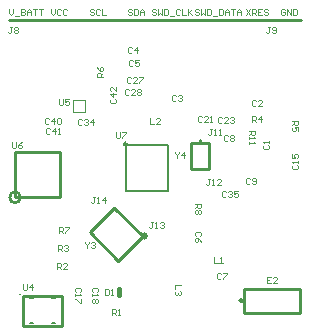
<source format=gto>
G04 Layer_Color=65535*
%FSLAX24Y24*%
%MOIN*%
G70*
G01*
G75*
%ADD12C,0.0100*%
%ADD42C,0.0039*%
%ADD43C,0.0020*%
%ADD44C,0.0079*%
%ADD45C,0.0157*%
%ADD46C,0.0008*%
%ADD47C,0.0030*%
D12*
X4089Y6463D02*
G03*
X4089Y6463I-50J0D01*
G01*
X530Y4690D02*
G03*
X530Y4690I-180J0D01*
G01*
X4730Y3406D02*
G03*
X4730Y3406I-71J0D01*
G01*
X7940Y1250D02*
G03*
X7940Y1250I-50J0D01*
G01*
X150Y10600D02*
X9870D01*
X1910Y420D02*
Y1420D01*
X610Y420D02*
X1910D01*
X610D02*
Y1420D01*
X1910D01*
X1850Y4690D02*
Y6190D01*
X350Y4690D02*
X1850D01*
X350D02*
Y6190D01*
X1850D01*
X2835Y3533D02*
X3790Y2578D01*
X2835Y3533D02*
X3648Y4346D01*
X4603Y3391D01*
X3790Y2578D02*
X4603Y3391D01*
X6199Y6493D02*
X6799D01*
X6199Y5643D02*
Y6493D01*
Y5643D02*
X6799D01*
Y6493D01*
X6499D02*
Y6593D01*
X7990Y850D02*
Y1650D01*
Y850D02*
X9840D01*
Y1650D01*
X7990D02*
X9840D01*
D42*
X530Y1470D02*
G03*
X530Y1470I-20J0D01*
G01*
D43*
X2716Y7937D02*
G03*
X2716Y7937I-20J0D01*
G01*
D44*
X4041Y4888D02*
Y6415D01*
Y4888D02*
X5437D01*
Y6437D01*
X4041D02*
X5437D01*
X4041Y6415D02*
X4089Y6463D01*
X847Y1333D02*
X945D01*
X1575D02*
X1673D01*
X847Y507D02*
X945D01*
X1575D02*
X1673D01*
D45*
X3809Y1442D02*
Y1638D01*
D46*
X2697Y7543D02*
X2697Y7937D01*
X2283Y7543D02*
X2697D01*
X2283D02*
Y7937D01*
X2697D01*
D47*
X3580Y770D02*
Y970D01*
X3680D01*
X3713Y937D01*
Y870D01*
X3680Y837D01*
X3580D01*
X3647D02*
X3713Y770D01*
X3780D02*
X3847D01*
X3813D01*
Y970D01*
X3780Y937D01*
X8660Y6423D02*
X8627Y6390D01*
Y6323D01*
X8660Y6290D01*
X8793D01*
X8826Y6323D01*
Y6390D01*
X8793Y6423D01*
X8826Y6490D02*
Y6557D01*
Y6523D01*
X8627D01*
X8660Y6490D01*
X8260Y7200D02*
Y7400D01*
X8360D01*
X8393Y7367D01*
Y7300D01*
X8360Y7267D01*
X8260D01*
X8327D02*
X8393Y7200D01*
X8560D02*
Y7400D01*
X8460Y7300D01*
X8593D01*
X9590Y7240D02*
X9790D01*
Y7140D01*
X9757Y7107D01*
X9690D01*
X9657Y7140D01*
Y7240D01*
Y7173D02*
X9590Y7107D01*
X9790Y6907D02*
Y7040D01*
X9690D01*
X9723Y6973D01*
Y6940D01*
X9690Y6907D01*
X9623D01*
X9590Y6940D01*
Y7007D01*
X9623Y7040D01*
X2517Y1547D02*
X2550Y1580D01*
Y1647D01*
X2517Y1680D01*
X2383D01*
X2350Y1647D01*
Y1580D01*
X2383Y1547D01*
X2350Y1480D02*
Y1413D01*
Y1447D01*
X2550D01*
X2517Y1480D01*
X2550Y1313D02*
Y1180D01*
X2517D01*
X2383Y1313D01*
X2350D01*
X3097Y1537D02*
X3130Y1570D01*
Y1637D01*
X3097Y1670D01*
X2963D01*
X2930Y1637D01*
Y1570D01*
X2963Y1537D01*
X2930Y1470D02*
Y1403D01*
Y1437D01*
X3130D01*
X3097Y1470D01*
Y1303D02*
X3130Y1270D01*
Y1203D01*
X3097Y1170D01*
X3063D01*
X3030Y1203D01*
X2997Y1170D01*
X2963D01*
X2930Y1203D01*
Y1270D01*
X2963Y1303D01*
X2997D01*
X3030Y1270D01*
X3063Y1303D01*
X3097D01*
X3030Y1270D02*
Y1203D01*
X9613Y5763D02*
X9580Y5730D01*
Y5663D01*
X9613Y5630D01*
X9747D01*
X9780Y5663D01*
Y5730D01*
X9747Y5763D01*
X9780Y5830D02*
Y5897D01*
Y5863D01*
X9580D01*
X9613Y5830D01*
X9580Y6130D02*
Y5997D01*
X9680D01*
X9647Y6063D01*
Y6097D01*
X9680Y6130D01*
X9747D01*
X9780Y6097D01*
Y6030D01*
X9747Y5997D01*
X6583Y7357D02*
X6550Y7390D01*
X6483D01*
X6450Y7357D01*
Y7223D01*
X6483Y7190D01*
X6550D01*
X6583Y7223D01*
X6783Y7190D02*
X6650D01*
X6783Y7323D01*
Y7357D01*
X6750Y7390D01*
X6683D01*
X6650Y7357D01*
X6850Y7190D02*
X6917D01*
X6883D01*
Y7390D01*
X6850Y7357D01*
X7263Y7337D02*
X7230Y7370D01*
X7163D01*
X7130Y7337D01*
Y7203D01*
X7163Y7170D01*
X7230D01*
X7263Y7203D01*
X7463Y7170D02*
X7330D01*
X7463Y7303D01*
Y7337D01*
X7430Y7370D01*
X7363D01*
X7330Y7337D01*
X7530D02*
X7563Y7370D01*
X7630D01*
X7663Y7337D01*
Y7303D01*
X7630Y7270D01*
X7597D01*
X7630D01*
X7663Y7237D01*
Y7203D01*
X7630Y7170D01*
X7563D01*
X7530Y7203D01*
X4203Y8677D02*
X4170Y8710D01*
X4103D01*
X4070Y8677D01*
Y8543D01*
X4103Y8510D01*
X4170D01*
X4203Y8543D01*
X4403Y8510D02*
X4270D01*
X4403Y8643D01*
Y8677D01*
X4370Y8710D01*
X4303D01*
X4270Y8677D01*
X4469Y8710D02*
X4603D01*
Y8677D01*
X4469Y8543D01*
Y8510D01*
X4143Y8267D02*
X4110Y8300D01*
X4043D01*
X4010Y8267D01*
Y8133D01*
X4043Y8100D01*
X4110D01*
X4143Y8133D01*
X4343Y8100D02*
X4210D01*
X4343Y8233D01*
Y8267D01*
X4310Y8300D01*
X4243D01*
X4210Y8267D01*
X4409D02*
X4443Y8300D01*
X4509D01*
X4543Y8267D01*
Y8233D01*
X4509Y8200D01*
X4543Y8167D01*
Y8133D01*
X4509Y8100D01*
X4443D01*
X4409Y8133D01*
Y8167D01*
X4443Y8200D01*
X4409Y8233D01*
Y8267D01*
X4443Y8200D02*
X4509D01*
X2573Y7267D02*
X2540Y7300D01*
X2473D01*
X2440Y7267D01*
Y7133D01*
X2473Y7100D01*
X2540D01*
X2573Y7133D01*
X2640Y7267D02*
X2673Y7300D01*
X2740D01*
X2773Y7267D01*
Y7233D01*
X2740Y7200D01*
X2707D01*
X2740D01*
X2773Y7167D01*
Y7133D01*
X2740Y7100D01*
X2673D01*
X2640Y7133D01*
X2940Y7100D02*
Y7300D01*
X2840Y7200D01*
X2973D01*
X7383Y4867D02*
X7350Y4900D01*
X7283D01*
X7250Y4867D01*
Y4733D01*
X7283Y4700D01*
X7350D01*
X7383Y4733D01*
X7450Y4867D02*
X7483Y4900D01*
X7550D01*
X7583Y4867D01*
Y4833D01*
X7550Y4800D01*
X7517D01*
X7550D01*
X7583Y4767D01*
Y4733D01*
X7550Y4700D01*
X7483D01*
X7450Y4733D01*
X7783Y4900D02*
X7650D01*
Y4800D01*
X7717Y4833D01*
X7750D01*
X7783Y4800D01*
Y4733D01*
X7750Y4700D01*
X7683D01*
X7650Y4733D01*
X1483Y7307D02*
X1450Y7340D01*
X1383D01*
X1350Y7307D01*
Y7173D01*
X1383Y7140D01*
X1450D01*
X1483Y7173D01*
X1650Y7140D02*
Y7340D01*
X1550Y7240D01*
X1683D01*
X1750Y7307D02*
X1783Y7340D01*
X1850D01*
X1883Y7307D01*
Y7173D01*
X1850Y7140D01*
X1783D01*
X1750Y7173D01*
Y7307D01*
X1523Y6957D02*
X1490Y6990D01*
X1423D01*
X1390Y6957D01*
Y6823D01*
X1423Y6790D01*
X1490D01*
X1523Y6823D01*
X1690Y6790D02*
Y6990D01*
X1590Y6890D01*
X1723D01*
X1790Y6790D02*
X1857D01*
X1823D01*
Y6990D01*
X1790Y6957D01*
X3553Y7973D02*
X3520Y7940D01*
Y7873D01*
X3553Y7840D01*
X3687D01*
X3720Y7873D01*
Y7940D01*
X3687Y7973D01*
X3720Y8140D02*
X3520D01*
X3620Y8040D01*
Y8173D01*
X3720Y8373D02*
Y8240D01*
X3587Y8373D01*
X3553D01*
X3520Y8340D01*
Y8273D01*
X3553Y8240D01*
X8873Y2030D02*
X8740D01*
Y1830D01*
X8873D01*
X8740Y1930D02*
X8807D01*
X9073Y1830D02*
X8940D01*
X9073Y1963D01*
Y1997D01*
X9040Y2030D01*
X8973D01*
X8940Y1997D01*
X4850Y7350D02*
Y7150D01*
X4983D01*
X5183D02*
X5050D01*
X5183Y7283D01*
Y7317D01*
X5150Y7350D01*
X5083D01*
X5050Y7317D01*
X1757Y2310D02*
Y2510D01*
X1857D01*
X1891Y2477D01*
Y2410D01*
X1857Y2377D01*
X1757D01*
X1824D02*
X1891Y2310D01*
X2091D02*
X1957D01*
X2091Y2443D01*
Y2477D01*
X2057Y2510D01*
X1991D01*
X1957Y2477D01*
X1767Y2910D02*
Y3110D01*
X1867D01*
X1901Y3077D01*
Y3010D01*
X1867Y2977D01*
X1767D01*
X1834D02*
X1901Y2910D01*
X1967Y3077D02*
X2001Y3110D01*
X2067D01*
X2101Y3077D01*
Y3043D01*
X2067Y3010D01*
X2034D01*
X2067D01*
X2101Y2977D01*
Y2943D01*
X2067Y2910D01*
X2001D01*
X1967Y2943D01*
X1800Y3490D02*
Y3690D01*
X1900D01*
X1933Y3657D01*
Y3590D01*
X1900Y3557D01*
X1800D01*
X1867D02*
X1933Y3490D01*
X2000Y3690D02*
X2133D01*
Y3657D01*
X2000Y3523D01*
Y3490D01*
X8160Y6910D02*
X8360D01*
Y6810D01*
X8327Y6777D01*
X8260D01*
X8227Y6810D01*
Y6910D01*
Y6843D02*
X8160Y6777D01*
Y6710D02*
Y6643D01*
Y6677D01*
X8360D01*
X8327Y6710D01*
X8160Y6543D02*
Y6477D01*
Y6510D01*
X8360D01*
X8327Y6543D01*
X610Y1810D02*
Y1643D01*
X643Y1610D01*
X710D01*
X743Y1643D01*
Y1810D01*
X910Y1610D02*
Y1810D01*
X810Y1710D01*
X943D01*
X250Y6530D02*
Y6363D01*
X283Y6330D01*
X350D01*
X383Y6363D01*
Y6530D01*
X583D02*
X517Y6497D01*
X450Y6430D01*
Y6363D01*
X483Y6330D01*
X550D01*
X583Y6363D01*
Y6397D01*
X550Y6430D01*
X450D01*
X2680Y3210D02*
Y3177D01*
X2747Y3110D01*
X2813Y3177D01*
Y3210D01*
X2747Y3110D02*
Y3010D01*
X2880Y3177D02*
X2913Y3210D01*
X2980D01*
X3013Y3177D01*
Y3143D01*
X2980Y3110D01*
X2947D01*
X2980D01*
X3013Y3077D01*
Y3043D01*
X2980Y3010D01*
X2913D01*
X2880Y3043D01*
X5690Y6212D02*
Y6179D01*
X5757Y6112D01*
X5823Y6179D01*
Y6212D01*
X5757Y6112D02*
Y6013D01*
X5990D02*
Y6212D01*
X5890Y6112D01*
X6023D01*
X8365Y7909D02*
X8332Y7942D01*
X8265D01*
X8232Y7909D01*
Y7775D01*
X8265Y7742D01*
X8332D01*
X8365Y7775D01*
X8565Y7742D02*
X8432D01*
X8565Y7875D01*
Y7909D01*
X8532Y7942D01*
X8465D01*
X8432Y7909D01*
X5703Y8077D02*
X5670Y8110D01*
X5603D01*
X5570Y8077D01*
Y7943D01*
X5603Y7910D01*
X5670D01*
X5703Y7943D01*
X5770Y8077D02*
X5803Y8110D01*
X5870D01*
X5903Y8077D01*
Y8043D01*
X5870Y8010D01*
X5837D01*
X5870D01*
X5903Y7977D01*
Y7943D01*
X5870Y7910D01*
X5803D01*
X5770Y7943D01*
X4263Y9687D02*
X4230Y9720D01*
X4163D01*
X4130Y9687D01*
Y9553D01*
X4163Y9520D01*
X4230D01*
X4263Y9553D01*
X4430Y9520D02*
Y9720D01*
X4330Y9620D01*
X4463D01*
X4293Y9237D02*
X4260Y9270D01*
X4193D01*
X4160Y9237D01*
Y9103D01*
X4193Y9070D01*
X4260D01*
X4293Y9103D01*
X4493Y9270D02*
X4360D01*
Y9170D01*
X4427Y9203D01*
X4460D01*
X4493Y9170D01*
Y9103D01*
X4460Y9070D01*
X4393D01*
X4360Y9103D01*
X3360Y1650D02*
Y1450D01*
X3460D01*
X3493Y1483D01*
Y1617D01*
X3460Y1650D01*
X3360D01*
X3560Y1450D02*
X3627D01*
X3593D01*
Y1650D01*
X3560Y1617D01*
X6997Y2710D02*
Y2510D01*
X7131D01*
X7197D02*
X7264D01*
X7230D01*
Y2710D01*
X7197Y2677D01*
X5870Y1780D02*
X5670D01*
Y1647D01*
X5837Y1580D02*
X5870Y1547D01*
Y1480D01*
X5837Y1447D01*
X5803D01*
X5770Y1480D01*
Y1513D01*
Y1480D01*
X5737Y1447D01*
X5703D01*
X5670Y1480D01*
Y1547D01*
X5703Y1580D01*
X2993Y10947D02*
X2960Y10980D01*
X2893D01*
X2860Y10947D01*
Y10913D01*
X2893Y10880D01*
X2960D01*
X2993Y10847D01*
Y10813D01*
X2960Y10780D01*
X2893D01*
X2860Y10813D01*
X3193Y10947D02*
X3160Y10980D01*
X3093D01*
X3060Y10947D01*
Y10813D01*
X3093Y10780D01*
X3160D01*
X3193Y10813D01*
X3260Y10980D02*
Y10780D01*
X3393D01*
X9363Y10947D02*
X9330Y10980D01*
X9263D01*
X9230Y10947D01*
Y10813D01*
X9263Y10780D01*
X9330D01*
X9363Y10813D01*
Y10880D01*
X9297D01*
X9430Y10780D02*
Y10980D01*
X9563Y10780D01*
Y10980D01*
X9630D02*
Y10780D01*
X9730D01*
X9763Y10813D01*
Y10947D01*
X9730Y10980D01*
X9630D01*
X140D02*
Y10847D01*
X207Y10780D01*
X273Y10847D01*
Y10980D01*
X340Y10747D02*
X473D01*
X540Y10980D02*
Y10780D01*
X640D01*
X673Y10813D01*
Y10847D01*
X640Y10880D01*
X540D01*
X640D01*
X673Y10913D01*
Y10947D01*
X640Y10980D01*
X540D01*
X740Y10780D02*
Y10913D01*
X806Y10980D01*
X873Y10913D01*
Y10780D01*
Y10880D01*
X740D01*
X940Y10980D02*
X1073D01*
X1006D01*
Y10780D01*
X1140Y10980D02*
X1273D01*
X1206D01*
Y10780D01*
X1550Y10980D02*
Y10847D01*
X1617Y10780D01*
X1683Y10847D01*
Y10980D01*
X1883Y10947D02*
X1850Y10980D01*
X1783D01*
X1750Y10947D01*
Y10813D01*
X1783Y10780D01*
X1850D01*
X1883Y10813D01*
X2083Y10947D02*
X2050Y10980D01*
X1983D01*
X1950Y10947D01*
Y10813D01*
X1983Y10780D01*
X2050D01*
X2083Y10813D01*
X5033Y10947D02*
X5000Y10980D01*
X4933D01*
X4900Y10947D01*
Y10913D01*
X4933Y10880D01*
X5000D01*
X5033Y10847D01*
Y10813D01*
X5000Y10780D01*
X4933D01*
X4900Y10813D01*
X5100Y10980D02*
Y10780D01*
X5167Y10847D01*
X5233Y10780D01*
Y10980D01*
X5300D02*
Y10780D01*
X5400D01*
X5433Y10813D01*
Y10947D01*
X5400Y10980D01*
X5300D01*
X5500Y10747D02*
X5633D01*
X5833Y10947D02*
X5800Y10980D01*
X5733D01*
X5700Y10947D01*
Y10813D01*
X5733Y10780D01*
X5800D01*
X5833Y10813D01*
X5900Y10980D02*
Y10780D01*
X6033D01*
X6100Y10980D02*
Y10780D01*
Y10847D01*
X6233Y10980D01*
X6133Y10880D01*
X6233Y10780D01*
X6473Y10947D02*
X6440Y10980D01*
X6373D01*
X6340Y10947D01*
Y10913D01*
X6373Y10880D01*
X6440D01*
X6473Y10847D01*
Y10813D01*
X6440Y10780D01*
X6373D01*
X6340Y10813D01*
X6540Y10980D02*
Y10780D01*
X6607Y10847D01*
X6673Y10780D01*
Y10980D01*
X6740D02*
Y10780D01*
X6840D01*
X6873Y10813D01*
Y10947D01*
X6840Y10980D01*
X6740D01*
X6940Y10747D02*
X7073D01*
X7140Y10980D02*
Y10780D01*
X7240D01*
X7273Y10813D01*
Y10947D01*
X7240Y10980D01*
X7140D01*
X7340Y10780D02*
Y10913D01*
X7406Y10980D01*
X7473Y10913D01*
Y10780D01*
Y10880D01*
X7340D01*
X7540Y10980D02*
X7673D01*
X7606D01*
Y10780D01*
X7740D02*
Y10913D01*
X7806Y10980D01*
X7873Y10913D01*
Y10780D01*
Y10880D01*
X7740D01*
X4233Y10947D02*
X4200Y10980D01*
X4133D01*
X4100Y10947D01*
Y10913D01*
X4133Y10880D01*
X4200D01*
X4233Y10847D01*
Y10813D01*
X4200Y10780D01*
X4133D01*
X4100Y10813D01*
X4300Y10980D02*
Y10780D01*
X4400D01*
X4433Y10813D01*
Y10947D01*
X4400Y10980D01*
X4300D01*
X4500Y10780D02*
Y10913D01*
X4567Y10980D01*
X4633Y10913D01*
Y10780D01*
Y10880D01*
X4500D01*
X8050Y10980D02*
X8183Y10780D01*
Y10980D02*
X8050Y10780D01*
X8250D02*
Y10980D01*
X8350D01*
X8383Y10947D01*
Y10880D01*
X8350Y10847D01*
X8250D01*
X8317D02*
X8383Y10780D01*
X8583Y10980D02*
X8450D01*
Y10780D01*
X8583D01*
X8450Y10880D02*
X8517D01*
X8783Y10947D02*
X8750Y10980D01*
X8683D01*
X8650Y10947D01*
Y10913D01*
X8683Y10880D01*
X8750D01*
X8783Y10847D01*
Y10813D01*
X8750Y10780D01*
X8683D01*
X8650Y10813D01*
X1830Y7980D02*
Y7813D01*
X1863Y7780D01*
X1930D01*
X1963Y7813D01*
Y7980D01*
X2163D02*
X2030D01*
Y7880D01*
X2097Y7913D01*
X2130D01*
X2163Y7880D01*
Y7813D01*
X2130Y7780D01*
X2063D01*
X2030Y7813D01*
X8842Y10368D02*
X8775D01*
X8808D01*
Y10202D01*
X8775Y10169D01*
X8742D01*
X8708Y10202D01*
X8908D02*
X8942Y10169D01*
X9008D01*
X9042Y10202D01*
Y10335D01*
X9008Y10368D01*
X8942D01*
X8908Y10335D01*
Y10302D01*
X8942Y10268D01*
X9042D01*
X242Y10358D02*
X175D01*
X208D01*
Y10192D01*
X175Y10159D01*
X142D01*
X108Y10192D01*
X308Y10325D02*
X342Y10358D01*
X408D01*
X442Y10325D01*
Y10292D01*
X408Y10258D01*
X442Y10225D01*
Y10192D01*
X408Y10159D01*
X342D01*
X308Y10192D01*
Y10225D01*
X342Y10258D01*
X308Y10292D01*
Y10325D01*
X342Y10258D02*
X408D01*
X6913Y6980D02*
X6847D01*
X6880D01*
Y6813D01*
X6847Y6780D01*
X6813D01*
X6780Y6813D01*
X6980Y6780D02*
X7047D01*
X7013D01*
Y6980D01*
X6980Y6947D01*
X7147Y6780D02*
X7213D01*
X7180D01*
Y6980D01*
X7147Y6947D01*
X6843Y5320D02*
X6777D01*
X6810D01*
Y5153D01*
X6777Y5120D01*
X6743D01*
X6710Y5153D01*
X6910Y5120D02*
X6977D01*
X6943D01*
Y5320D01*
X6910Y5287D01*
X7210Y5120D02*
X7077D01*
X7210Y5253D01*
Y5287D01*
X7177Y5320D01*
X7110D01*
X7077Y5287D01*
X4943Y3860D02*
X4877D01*
X4910D01*
Y3693D01*
X4877Y3660D01*
X4843D01*
X4810Y3693D01*
X5010Y3660D02*
X5077D01*
X5043D01*
Y3860D01*
X5010Y3827D01*
X5177D02*
X5210Y3860D01*
X5277D01*
X5310Y3827D01*
Y3793D01*
X5277Y3760D01*
X5243D01*
X5277D01*
X5310Y3727D01*
Y3693D01*
X5277Y3660D01*
X5210D01*
X5177Y3693D01*
X3023Y4690D02*
X2957D01*
X2990D01*
Y4523D01*
X2957Y4490D01*
X2923D01*
X2890Y4523D01*
X3090Y4490D02*
X3157D01*
X3123D01*
Y4690D01*
X3090Y4657D01*
X3357Y4490D02*
Y4690D01*
X3257Y4590D01*
X3390D01*
X3710Y6860D02*
Y6693D01*
X3743Y6660D01*
X3810D01*
X3843Y6693D01*
Y6860D01*
X3910D02*
X4043D01*
Y6827D01*
X3910Y6693D01*
Y6660D01*
X6513Y3398D02*
X6546Y3431D01*
Y3498D01*
X6513Y3531D01*
X6380D01*
X6347Y3498D01*
Y3431D01*
X6380Y3398D01*
X6546Y3198D02*
X6513Y3264D01*
X6446Y3331D01*
X6380D01*
X6347Y3298D01*
Y3231D01*
X6380Y3198D01*
X6413D01*
X6446Y3231D01*
Y3331D01*
X7203Y2127D02*
X7170Y2160D01*
X7103D01*
X7070Y2127D01*
Y1993D01*
X7103Y1960D01*
X7170D01*
X7203Y1993D01*
X7270Y2160D02*
X7403D01*
Y2127D01*
X7270Y1993D01*
Y1960D01*
X3270Y8710D02*
X3070D01*
Y8810D01*
X3103Y8843D01*
X3170D01*
X3203Y8810D01*
Y8710D01*
Y8777D02*
X3270Y8843D01*
X3070Y9043D02*
X3103Y8977D01*
X3170Y8910D01*
X3237D01*
X3270Y8943D01*
Y9010D01*
X3237Y9043D01*
X3203D01*
X3170Y9010D01*
Y8910D01*
X6350Y4470D02*
X6550D01*
Y4370D01*
X6517Y4337D01*
X6450D01*
X6417Y4370D01*
Y4470D01*
Y4403D02*
X6350Y4337D01*
X6517Y4270D02*
X6550Y4237D01*
Y4170D01*
X6517Y4137D01*
X6483D01*
X6450Y4170D01*
X6417Y4137D01*
X6383D01*
X6350Y4170D01*
Y4237D01*
X6383Y4270D01*
X6417D01*
X6450Y4237D01*
X6483Y4270D01*
X6517D01*
X6450Y4237D02*
Y4170D01*
X7443Y6737D02*
X7410Y6770D01*
X7343D01*
X7310Y6737D01*
Y6603D01*
X7343Y6570D01*
X7410D01*
X7443Y6603D01*
X7510Y6737D02*
X7543Y6770D01*
X7610D01*
X7643Y6737D01*
Y6703D01*
X7610Y6670D01*
X7643Y6637D01*
Y6603D01*
X7610Y6570D01*
X7543D01*
X7510Y6603D01*
Y6637D01*
X7543Y6670D01*
X7510Y6703D01*
Y6737D01*
X7543Y6670D02*
X7610D01*
X8193Y5297D02*
X8160Y5330D01*
X8093D01*
X8060Y5297D01*
Y5163D01*
X8093Y5130D01*
X8160D01*
X8193Y5163D01*
X8260D02*
X8293Y5130D01*
X8360D01*
X8393Y5163D01*
Y5297D01*
X8360Y5330D01*
X8293D01*
X8260Y5297D01*
Y5263D01*
X8293Y5230D01*
X8393D01*
M02*

</source>
